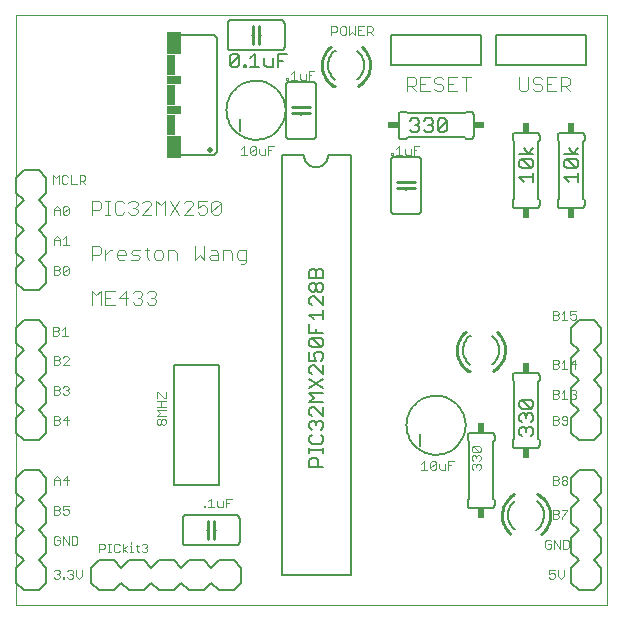
<source format=gto>
G75*
G70*
%OFA0B0*%
%FSLAX24Y24*%
%IPPOS*%
%LPD*%
%AMOC8*
5,1,8,0,0,1.08239X$1,22.5*
%
%ADD10C,0.0000*%
%ADD11C,0.0030*%
%ADD12C,0.0040*%
%ADD13C,0.0060*%
%ADD14C,0.0050*%
%ADD15R,0.0240X0.0340*%
%ADD16C,0.0100*%
%ADD17C,0.0080*%
%ADD18C,0.0200*%
%ADD19R,0.0500X0.0750*%
%ADD20R,0.0300X0.0700*%
%ADD21R,0.0500X0.0300*%
%ADD22R,0.0340X0.0240*%
D10*
X000181Y000181D02*
X000181Y019866D01*
X019866Y019866D01*
X019866Y000181D01*
X000181Y000181D01*
D11*
X001446Y001120D02*
X001495Y001071D01*
X001592Y001071D01*
X001640Y001120D01*
X001640Y001168D01*
X001592Y001217D01*
X001543Y001217D01*
X001592Y001217D02*
X001640Y001265D01*
X001640Y001313D01*
X001592Y001362D01*
X001495Y001362D01*
X001446Y001313D01*
X001741Y001120D02*
X001789Y001120D01*
X001789Y001071D01*
X001741Y001071D01*
X001741Y001120D01*
X001888Y001120D02*
X001937Y001071D01*
X002034Y001071D01*
X002082Y001120D01*
X002082Y001168D01*
X002034Y001217D01*
X001985Y001217D01*
X002034Y001217D02*
X002082Y001265D01*
X002082Y001313D01*
X002034Y001362D01*
X001937Y001362D01*
X001888Y001313D01*
X002183Y001362D02*
X002183Y001168D01*
X002280Y001071D01*
X002376Y001168D01*
X002376Y001362D01*
X002946Y001946D02*
X002946Y002237D01*
X003092Y002237D01*
X003140Y002188D01*
X003140Y002092D01*
X003092Y002043D01*
X002946Y002043D01*
X003241Y001946D02*
X003338Y001946D01*
X003289Y001946D02*
X003289Y002237D01*
X003241Y002237D02*
X003338Y002237D01*
X003437Y002188D02*
X003437Y001995D01*
X003486Y001946D01*
X003583Y001946D01*
X003631Y001995D01*
X003732Y002043D02*
X003877Y002140D01*
X003978Y002140D02*
X004026Y002140D01*
X004026Y001946D01*
X003978Y001946D02*
X004074Y001946D01*
X004222Y001995D02*
X004271Y001946D01*
X004222Y001995D02*
X004222Y002188D01*
X004174Y002140D02*
X004271Y002140D01*
X004370Y002188D02*
X004419Y002237D01*
X004516Y002237D01*
X004564Y002188D01*
X004564Y002140D01*
X004516Y002092D01*
X004564Y002043D01*
X004564Y001995D01*
X004516Y001946D01*
X004419Y001946D01*
X004370Y001995D01*
X004467Y002092D02*
X004516Y002092D01*
X004026Y002237D02*
X004026Y002285D01*
X003732Y002237D02*
X003732Y001946D01*
X003732Y002043D02*
X003877Y001946D01*
X003631Y002188D02*
X003583Y002237D01*
X003486Y002237D01*
X003437Y002188D01*
X002229Y002245D02*
X002181Y002196D01*
X002036Y002196D01*
X002036Y002487D01*
X002181Y002487D01*
X002229Y002438D01*
X002229Y002245D01*
X001935Y002196D02*
X001935Y002487D01*
X001741Y002487D02*
X001935Y002196D01*
X001741Y002196D02*
X001741Y002487D01*
X001640Y002438D02*
X001592Y002487D01*
X001495Y002487D01*
X001446Y002438D01*
X001446Y002245D01*
X001495Y002196D01*
X001592Y002196D01*
X001640Y002245D01*
X001640Y002342D01*
X001543Y002342D01*
X001592Y003196D02*
X001446Y003196D01*
X001446Y003487D01*
X001592Y003487D01*
X001640Y003438D01*
X001640Y003390D01*
X001592Y003342D01*
X001446Y003342D01*
X001592Y003342D02*
X001640Y003293D01*
X001640Y003245D01*
X001592Y003196D01*
X001741Y003245D02*
X001789Y003196D01*
X001886Y003196D01*
X001935Y003245D01*
X001935Y003342D01*
X001886Y003390D01*
X001838Y003390D01*
X001741Y003342D01*
X001741Y003487D01*
X001935Y003487D01*
X001886Y004196D02*
X001886Y004487D01*
X001741Y004342D01*
X001935Y004342D01*
X001640Y004342D02*
X001446Y004342D01*
X001446Y004390D02*
X001543Y004487D01*
X001640Y004390D01*
X001640Y004196D01*
X001446Y004196D02*
X001446Y004390D01*
X001446Y006196D02*
X001592Y006196D01*
X001640Y006245D01*
X001640Y006293D01*
X001592Y006342D01*
X001446Y006342D01*
X001446Y006487D02*
X001446Y006196D01*
X001592Y006342D02*
X001640Y006390D01*
X001640Y006438D01*
X001592Y006487D01*
X001446Y006487D01*
X001741Y006342D02*
X001935Y006342D01*
X001886Y006487D02*
X001886Y006196D01*
X001741Y006342D02*
X001886Y006487D01*
X001886Y007196D02*
X001789Y007196D01*
X001741Y007245D01*
X001640Y007245D02*
X001592Y007196D01*
X001446Y007196D01*
X001446Y007487D01*
X001592Y007487D01*
X001640Y007438D01*
X001640Y007390D01*
X001592Y007342D01*
X001446Y007342D01*
X001592Y007342D02*
X001640Y007293D01*
X001640Y007245D01*
X001741Y007438D02*
X001789Y007487D01*
X001886Y007487D01*
X001935Y007438D01*
X001935Y007390D01*
X001886Y007342D01*
X001935Y007293D01*
X001935Y007245D01*
X001886Y007196D01*
X001886Y007342D02*
X001838Y007342D01*
X001935Y008196D02*
X001741Y008196D01*
X001935Y008390D01*
X001935Y008438D01*
X001886Y008487D01*
X001789Y008487D01*
X001741Y008438D01*
X001640Y008438D02*
X001640Y008390D01*
X001592Y008342D01*
X001446Y008342D01*
X001446Y008487D02*
X001446Y008196D01*
X001592Y008196D01*
X001640Y008245D01*
X001640Y008293D01*
X001592Y008342D01*
X001640Y008438D02*
X001592Y008487D01*
X001446Y008487D01*
X001416Y009166D02*
X001562Y009166D01*
X001610Y009215D01*
X001610Y009263D01*
X001562Y009312D01*
X001416Y009312D01*
X001416Y009457D02*
X001416Y009166D01*
X001562Y009312D02*
X001610Y009360D01*
X001610Y009408D01*
X001562Y009457D01*
X001416Y009457D01*
X001711Y009360D02*
X001808Y009457D01*
X001808Y009166D01*
X001711Y009166D02*
X001905Y009166D01*
X001886Y011196D02*
X001789Y011196D01*
X001741Y011245D01*
X001935Y011438D01*
X001935Y011245D01*
X001886Y011196D01*
X001741Y011245D02*
X001741Y011438D01*
X001789Y011487D01*
X001886Y011487D01*
X001935Y011438D01*
X001640Y011438D02*
X001640Y011390D01*
X001592Y011342D01*
X001446Y011342D01*
X001446Y011487D02*
X001446Y011196D01*
X001592Y011196D01*
X001640Y011245D01*
X001640Y011293D01*
X001592Y011342D01*
X001640Y011438D02*
X001592Y011487D01*
X001446Y011487D01*
X001446Y012196D02*
X001446Y012390D01*
X001543Y012487D01*
X001640Y012390D01*
X001640Y012196D01*
X001741Y012196D02*
X001935Y012196D01*
X001838Y012196D02*
X001838Y012487D01*
X001741Y012390D01*
X001640Y012342D02*
X001446Y012342D01*
X001446Y013196D02*
X001446Y013390D01*
X001543Y013487D01*
X001640Y013390D01*
X001640Y013196D01*
X001741Y013245D02*
X001935Y013438D01*
X001935Y013245D01*
X001886Y013196D01*
X001789Y013196D01*
X001741Y013245D01*
X001741Y013438D01*
X001789Y013487D01*
X001886Y013487D01*
X001935Y013438D01*
X001640Y013342D02*
X001446Y013342D01*
X001416Y014226D02*
X001416Y014517D01*
X001513Y014420D01*
X001610Y014517D01*
X001610Y014226D01*
X001711Y014275D02*
X001711Y014468D01*
X001759Y014517D01*
X001856Y014517D01*
X001905Y014468D01*
X002006Y014517D02*
X002006Y014226D01*
X002199Y014226D01*
X002300Y014226D02*
X002300Y014517D01*
X002445Y014517D01*
X002494Y014468D01*
X002494Y014372D01*
X002445Y014323D01*
X002300Y014323D01*
X002397Y014323D02*
X002494Y014226D01*
X001905Y014275D02*
X001856Y014226D01*
X001759Y014226D01*
X001711Y014275D01*
X007696Y015196D02*
X007890Y015196D01*
X007793Y015196D02*
X007793Y015487D01*
X007696Y015390D01*
X007991Y015438D02*
X007991Y015245D01*
X008185Y015438D01*
X008185Y015245D01*
X008136Y015196D01*
X008039Y015196D01*
X007991Y015245D01*
X007991Y015438D02*
X008039Y015487D01*
X008136Y015487D01*
X008185Y015438D01*
X008286Y015390D02*
X008286Y015245D01*
X008334Y015196D01*
X008479Y015196D01*
X008479Y015390D01*
X008580Y015342D02*
X008677Y015342D01*
X008580Y015487D02*
X008580Y015196D01*
X008580Y015487D02*
X008774Y015487D01*
X009196Y017696D02*
X009245Y017696D01*
X009245Y017745D01*
X009196Y017745D01*
X009196Y017696D01*
X009344Y017696D02*
X009537Y017696D01*
X009440Y017696D02*
X009440Y017987D01*
X009344Y017890D01*
X009638Y017890D02*
X009638Y017745D01*
X009687Y017696D01*
X009832Y017696D01*
X009832Y017890D01*
X009933Y017842D02*
X010030Y017842D01*
X010126Y017987D02*
X009933Y017987D01*
X009933Y017696D01*
X010696Y019196D02*
X010696Y019487D01*
X010842Y019487D01*
X010890Y019438D01*
X010890Y019342D01*
X010842Y019293D01*
X010696Y019293D01*
X010991Y019245D02*
X010991Y019438D01*
X011039Y019487D01*
X011136Y019487D01*
X011185Y019438D01*
X011185Y019245D01*
X011136Y019196D01*
X011039Y019196D01*
X010991Y019245D01*
X011286Y019196D02*
X011382Y019293D01*
X011479Y019196D01*
X011479Y019487D01*
X011580Y019487D02*
X011580Y019196D01*
X011774Y019196D01*
X011875Y019196D02*
X011875Y019487D01*
X012020Y019487D01*
X012068Y019438D01*
X012068Y019342D01*
X012020Y019293D01*
X011875Y019293D01*
X011972Y019293D02*
X012068Y019196D01*
X011774Y019487D02*
X011580Y019487D01*
X011580Y019342D02*
X011677Y019342D01*
X011286Y019487D02*
X011286Y019196D01*
X012940Y015487D02*
X012940Y015196D01*
X012844Y015196D02*
X013037Y015196D01*
X013138Y015245D02*
X013187Y015196D01*
X013332Y015196D01*
X013332Y015390D01*
X013433Y015342D02*
X013530Y015342D01*
X013626Y015487D02*
X013433Y015487D01*
X013433Y015196D01*
X013138Y015245D02*
X013138Y015390D01*
X012940Y015487D02*
X012844Y015390D01*
X012745Y015245D02*
X012745Y015196D01*
X012696Y015196D01*
X012696Y015245D01*
X012745Y015245D01*
X018071Y009987D02*
X018217Y009987D01*
X018265Y009938D01*
X018265Y009890D01*
X018217Y009842D01*
X018071Y009842D01*
X018071Y009987D02*
X018071Y009696D01*
X018217Y009696D01*
X018265Y009745D01*
X018265Y009793D01*
X018217Y009842D01*
X018366Y009890D02*
X018463Y009987D01*
X018463Y009696D01*
X018366Y009696D02*
X018560Y009696D01*
X018661Y009745D02*
X018709Y009696D01*
X018806Y009696D01*
X018854Y009745D01*
X018854Y009842D01*
X018806Y009890D01*
X018757Y009890D01*
X018661Y009842D01*
X018661Y009987D01*
X018854Y009987D01*
X018806Y008362D02*
X018661Y008217D01*
X018854Y008217D01*
X018806Y008362D02*
X018806Y008071D01*
X018560Y008071D02*
X018366Y008071D01*
X018463Y008071D02*
X018463Y008362D01*
X018366Y008265D01*
X018265Y008265D02*
X018217Y008217D01*
X018071Y008217D01*
X018071Y008362D02*
X018217Y008362D01*
X018265Y008313D01*
X018265Y008265D01*
X018217Y008217D02*
X018265Y008168D01*
X018265Y008120D01*
X018217Y008071D01*
X018071Y008071D01*
X018071Y008362D01*
X018071Y007362D02*
X018217Y007362D01*
X018265Y007313D01*
X018265Y007265D01*
X018217Y007217D01*
X018071Y007217D01*
X018071Y007362D02*
X018071Y007071D01*
X018217Y007071D01*
X018265Y007120D01*
X018265Y007168D01*
X018217Y007217D01*
X018366Y007265D02*
X018463Y007362D01*
X018463Y007071D01*
X018366Y007071D02*
X018560Y007071D01*
X018661Y007120D02*
X018709Y007071D01*
X018806Y007071D01*
X018854Y007120D01*
X018854Y007168D01*
X018806Y007217D01*
X018757Y007217D01*
X018806Y007217D02*
X018854Y007265D01*
X018854Y007313D01*
X018806Y007362D01*
X018709Y007362D01*
X018661Y007313D01*
X018511Y006487D02*
X018414Y006487D01*
X018366Y006438D01*
X018366Y006390D01*
X018414Y006342D01*
X018560Y006342D01*
X018560Y006438D02*
X018560Y006245D01*
X018511Y006196D01*
X018414Y006196D01*
X018366Y006245D01*
X018265Y006245D02*
X018217Y006196D01*
X018071Y006196D01*
X018071Y006487D01*
X018217Y006487D01*
X018265Y006438D01*
X018265Y006390D01*
X018217Y006342D01*
X018071Y006342D01*
X018217Y006342D02*
X018265Y006293D01*
X018265Y006245D01*
X018511Y006487D02*
X018560Y006438D01*
X018511Y004487D02*
X018560Y004438D01*
X018560Y004390D01*
X018511Y004342D01*
X018414Y004342D01*
X018366Y004390D01*
X018366Y004438D01*
X018414Y004487D01*
X018511Y004487D01*
X018511Y004342D02*
X018560Y004293D01*
X018560Y004245D01*
X018511Y004196D01*
X018414Y004196D01*
X018366Y004245D01*
X018366Y004293D01*
X018414Y004342D01*
X018265Y004390D02*
X018265Y004438D01*
X018217Y004487D01*
X018071Y004487D01*
X018071Y004196D01*
X018217Y004196D01*
X018265Y004245D01*
X018265Y004293D01*
X018217Y004342D01*
X018071Y004342D01*
X018217Y004342D02*
X018265Y004390D01*
X018217Y003362D02*
X018071Y003362D01*
X018071Y003071D01*
X018217Y003071D01*
X018265Y003120D01*
X018265Y003168D01*
X018217Y003217D01*
X018071Y003217D01*
X018217Y003217D02*
X018265Y003265D01*
X018265Y003313D01*
X018217Y003362D01*
X018366Y003362D02*
X018560Y003362D01*
X018560Y003313D01*
X018366Y003120D01*
X018366Y003071D01*
X018411Y002362D02*
X018556Y002362D01*
X018604Y002313D01*
X018604Y002120D01*
X018556Y002071D01*
X018411Y002071D01*
X018411Y002362D01*
X018310Y002362D02*
X018310Y002071D01*
X018116Y002362D01*
X018116Y002071D01*
X018015Y002120D02*
X018015Y002217D01*
X017918Y002217D01*
X017821Y002313D02*
X017821Y002120D01*
X017870Y002071D01*
X017967Y002071D01*
X018015Y002120D01*
X018015Y002313D02*
X017967Y002362D01*
X017870Y002362D01*
X017821Y002313D01*
X017946Y001362D02*
X017946Y001217D01*
X018043Y001265D01*
X018092Y001265D01*
X018140Y001217D01*
X018140Y001120D01*
X018092Y001071D01*
X017995Y001071D01*
X017946Y001120D01*
X017946Y001362D02*
X018140Y001362D01*
X018241Y001362D02*
X018241Y001168D01*
X018338Y001071D01*
X018435Y001168D01*
X018435Y001362D01*
X015618Y004696D02*
X015666Y004745D01*
X015666Y004842D01*
X015618Y004890D01*
X015570Y004890D01*
X015521Y004842D01*
X015521Y004793D01*
X015521Y004842D02*
X015473Y004890D01*
X015425Y004890D01*
X015376Y004842D01*
X015376Y004745D01*
X015425Y004696D01*
X015425Y004991D02*
X015376Y005039D01*
X015376Y005136D01*
X015425Y005185D01*
X015473Y005185D01*
X015521Y005136D01*
X015570Y005185D01*
X015618Y005185D01*
X015666Y005136D01*
X015666Y005039D01*
X015618Y004991D01*
X015521Y005088D02*
X015521Y005136D01*
X015425Y005286D02*
X015376Y005334D01*
X015376Y005431D01*
X015425Y005479D01*
X015618Y005286D01*
X015666Y005334D01*
X015666Y005431D01*
X015618Y005479D01*
X015425Y005479D01*
X015425Y005286D02*
X015618Y005286D01*
X014774Y004987D02*
X014580Y004987D01*
X014580Y004696D01*
X014479Y004696D02*
X014479Y004890D01*
X014580Y004842D02*
X014677Y004842D01*
X014479Y004696D02*
X014334Y004696D01*
X014286Y004745D01*
X014286Y004890D01*
X014185Y004938D02*
X014185Y004745D01*
X014136Y004696D01*
X014039Y004696D01*
X013991Y004745D01*
X014185Y004938D01*
X014136Y004987D01*
X014039Y004987D01*
X013991Y004938D01*
X013991Y004745D01*
X013890Y004696D02*
X013696Y004696D01*
X013793Y004696D02*
X013793Y004987D01*
X013696Y004890D01*
X007376Y003737D02*
X007183Y003737D01*
X007183Y003446D01*
X007082Y003446D02*
X007082Y003640D01*
X007183Y003592D02*
X007280Y003592D01*
X007082Y003446D02*
X006937Y003446D01*
X006888Y003495D01*
X006888Y003640D01*
X006787Y003446D02*
X006594Y003446D01*
X006690Y003446D02*
X006690Y003737D01*
X006594Y003640D01*
X006495Y003495D02*
X006495Y003446D01*
X006446Y003446D01*
X006446Y003495D01*
X006495Y003495D01*
X005118Y006196D02*
X005070Y006196D01*
X005021Y006245D01*
X005021Y006342D01*
X005070Y006390D01*
X005118Y006390D01*
X005166Y006342D01*
X005166Y006245D01*
X005118Y006196D01*
X005021Y006245D02*
X004973Y006196D01*
X004925Y006196D01*
X004876Y006245D01*
X004876Y006342D01*
X004925Y006390D01*
X004973Y006390D01*
X005021Y006342D01*
X004876Y006491D02*
X004973Y006588D01*
X004876Y006685D01*
X005166Y006685D01*
X005166Y006786D02*
X004876Y006786D01*
X005021Y006786D02*
X005021Y006979D01*
X005118Y007080D02*
X005166Y007080D01*
X005166Y007274D01*
X005118Y007080D02*
X004925Y007274D01*
X004876Y007274D01*
X004876Y007080D01*
X004876Y006979D02*
X005166Y006979D01*
X005166Y006491D02*
X004876Y006491D01*
D12*
X004773Y010201D02*
X004620Y010201D01*
X004543Y010278D01*
X004389Y010278D02*
X004313Y010201D01*
X004159Y010201D01*
X004082Y010278D01*
X003929Y010432D02*
X003622Y010432D01*
X003852Y010662D01*
X003852Y010201D01*
X003469Y010201D02*
X003162Y010201D01*
X003162Y010662D01*
X003469Y010662D01*
X003315Y010432D02*
X003162Y010432D01*
X003008Y010662D02*
X003008Y010201D01*
X002701Y010201D02*
X002701Y010662D01*
X002855Y010508D01*
X003008Y010662D01*
X003162Y011701D02*
X003162Y012008D01*
X003162Y011855D02*
X003315Y012008D01*
X003392Y012008D01*
X003545Y011932D02*
X003622Y012008D01*
X003776Y012008D01*
X003852Y011932D01*
X003852Y011855D01*
X003545Y011855D01*
X003545Y011778D02*
X003545Y011932D01*
X003545Y011778D02*
X003622Y011701D01*
X003776Y011701D01*
X004006Y011701D02*
X004236Y011701D01*
X004313Y011778D01*
X004236Y011855D01*
X004082Y011855D01*
X004006Y011932D01*
X004082Y012008D01*
X004313Y012008D01*
X004466Y012008D02*
X004620Y012008D01*
X004543Y012085D02*
X004543Y011778D01*
X004620Y011701D01*
X004773Y011778D02*
X004773Y011932D01*
X004850Y012008D01*
X005003Y012008D01*
X005080Y011932D01*
X005080Y011778D01*
X005003Y011701D01*
X004850Y011701D01*
X004773Y011778D01*
X005233Y011701D02*
X005233Y012008D01*
X005464Y012008D01*
X005540Y011932D01*
X005540Y011701D01*
X006154Y011701D02*
X006307Y011855D01*
X006461Y011701D01*
X006461Y012162D01*
X006691Y012008D02*
X006845Y012008D01*
X006921Y011932D01*
X006921Y011701D01*
X006691Y011701D01*
X006614Y011778D01*
X006691Y011855D01*
X006921Y011855D01*
X007075Y011701D02*
X007075Y012008D01*
X007305Y012008D01*
X007382Y011932D01*
X007382Y011701D01*
X007535Y011778D02*
X007612Y011701D01*
X007842Y011701D01*
X007842Y011625D02*
X007842Y012008D01*
X007612Y012008D01*
X007535Y011932D01*
X007535Y011778D01*
X007689Y011548D02*
X007765Y011548D01*
X007842Y011625D01*
X006154Y011701D02*
X006154Y012162D01*
X006077Y013201D02*
X005770Y013201D01*
X006077Y013508D01*
X006077Y013585D01*
X006001Y013662D01*
X005847Y013662D01*
X005770Y013585D01*
X005617Y013662D02*
X005310Y013201D01*
X005157Y013201D02*
X005157Y013662D01*
X005003Y013508D01*
X004850Y013662D01*
X004850Y013201D01*
X004696Y013201D02*
X004389Y013201D01*
X004696Y013508D01*
X004696Y013585D01*
X004620Y013662D01*
X004466Y013662D01*
X004389Y013585D01*
X004236Y013585D02*
X004236Y013508D01*
X004159Y013432D01*
X004236Y013355D01*
X004236Y013278D01*
X004159Y013201D01*
X004006Y013201D01*
X003929Y013278D01*
X003776Y013278D02*
X003699Y013201D01*
X003545Y013201D01*
X003469Y013278D01*
X003469Y013585D01*
X003545Y013662D01*
X003699Y013662D01*
X003776Y013585D01*
X003929Y013585D02*
X004006Y013662D01*
X004159Y013662D01*
X004236Y013585D01*
X004159Y013432D02*
X004082Y013432D01*
X003315Y013662D02*
X003162Y013662D01*
X003238Y013662D02*
X003238Y013201D01*
X003162Y013201D02*
X003315Y013201D01*
X003008Y013432D02*
X003008Y013585D01*
X002932Y013662D01*
X002701Y013662D01*
X002701Y013201D01*
X002701Y013355D02*
X002932Y013355D01*
X003008Y013432D01*
X002932Y012162D02*
X002701Y012162D01*
X002701Y011701D01*
X002701Y011855D02*
X002932Y011855D01*
X003008Y011932D01*
X003008Y012085D01*
X002932Y012162D01*
X004159Y010662D02*
X004313Y010662D01*
X004389Y010585D01*
X004389Y010508D01*
X004313Y010432D01*
X004389Y010355D01*
X004389Y010278D01*
X004313Y010432D02*
X004236Y010432D01*
X004082Y010585D02*
X004159Y010662D01*
X004543Y010585D02*
X004620Y010662D01*
X004773Y010662D01*
X004850Y010585D01*
X004850Y010508D01*
X004773Y010432D01*
X004850Y010355D01*
X004850Y010278D01*
X004773Y010201D01*
X004773Y010432D02*
X004696Y010432D01*
X005617Y013201D02*
X005310Y013662D01*
X006231Y013662D02*
X006231Y013432D01*
X006384Y013508D01*
X006461Y013508D01*
X006538Y013432D01*
X006538Y013278D01*
X006461Y013201D01*
X006307Y013201D01*
X006231Y013278D01*
X006231Y013662D02*
X006538Y013662D01*
X006691Y013585D02*
X006768Y013662D01*
X006921Y013662D01*
X006998Y013585D01*
X006691Y013278D01*
X006768Y013201D01*
X006921Y013201D01*
X006998Y013278D01*
X006998Y013585D01*
X006691Y013585D02*
X006691Y013278D01*
X013201Y017326D02*
X013201Y017787D01*
X013432Y017787D01*
X013508Y017710D01*
X013508Y017557D01*
X013432Y017480D01*
X013201Y017480D01*
X013355Y017480D02*
X013508Y017326D01*
X013662Y017326D02*
X013969Y017326D01*
X014122Y017403D02*
X014199Y017326D01*
X014352Y017326D01*
X014429Y017403D01*
X014429Y017480D01*
X014352Y017557D01*
X014199Y017557D01*
X014122Y017633D01*
X014122Y017710D01*
X014199Y017787D01*
X014352Y017787D01*
X014429Y017710D01*
X014582Y017787D02*
X014582Y017326D01*
X014889Y017326D01*
X014736Y017557D02*
X014582Y017557D01*
X014582Y017787D02*
X014889Y017787D01*
X015043Y017787D02*
X015350Y017787D01*
X015196Y017787D02*
X015196Y017326D01*
X013969Y017787D02*
X013662Y017787D01*
X013662Y017326D01*
X013662Y017557D02*
X013815Y017557D01*
X016951Y017403D02*
X017028Y017326D01*
X017182Y017326D01*
X017258Y017403D01*
X017258Y017787D01*
X017412Y017710D02*
X017412Y017633D01*
X017488Y017557D01*
X017642Y017557D01*
X017719Y017480D01*
X017719Y017403D01*
X017642Y017326D01*
X017488Y017326D01*
X017412Y017403D01*
X017412Y017710D02*
X017488Y017787D01*
X017642Y017787D01*
X017719Y017710D01*
X017872Y017787D02*
X017872Y017326D01*
X018179Y017326D01*
X018332Y017326D02*
X018332Y017787D01*
X018563Y017787D01*
X018639Y017710D01*
X018639Y017557D01*
X018563Y017480D01*
X018332Y017480D01*
X018486Y017480D02*
X018639Y017326D01*
X018179Y017787D02*
X017872Y017787D01*
X017872Y017557D02*
X018026Y017557D01*
X016951Y017403D02*
X016951Y017787D01*
D13*
X015431Y016531D02*
X015431Y015831D01*
X015429Y015814D01*
X015425Y015797D01*
X015418Y015781D01*
X015408Y015767D01*
X015395Y015754D01*
X015381Y015744D01*
X015365Y015737D01*
X015348Y015733D01*
X015331Y015731D01*
X015181Y015731D01*
X015131Y015781D01*
X013231Y015781D01*
X013181Y015731D01*
X013031Y015731D01*
X013014Y015733D01*
X012997Y015737D01*
X012981Y015744D01*
X012967Y015754D01*
X012954Y015767D01*
X012944Y015781D01*
X012937Y015797D01*
X012933Y015814D01*
X012931Y015831D01*
X012931Y016531D01*
X012933Y016548D01*
X012937Y016565D01*
X012944Y016581D01*
X012954Y016595D01*
X012967Y016608D01*
X012981Y016618D01*
X012997Y016625D01*
X013014Y016629D01*
X013031Y016631D01*
X013181Y016631D01*
X013231Y016581D01*
X015131Y016581D01*
X015181Y016631D01*
X015331Y016631D01*
X015348Y016629D01*
X015365Y016625D01*
X015381Y016618D01*
X015395Y016608D01*
X015408Y016595D01*
X015418Y016581D01*
X015425Y016565D01*
X015429Y016548D01*
X015431Y016531D01*
X016731Y015831D02*
X016731Y015681D01*
X016781Y015631D01*
X016781Y013731D01*
X016731Y013681D01*
X016731Y013531D01*
X016733Y013514D01*
X016737Y013497D01*
X016744Y013481D01*
X016754Y013467D01*
X016767Y013454D01*
X016781Y013444D01*
X016797Y013437D01*
X016814Y013433D01*
X016831Y013431D01*
X017531Y013431D01*
X017548Y013433D01*
X017565Y013437D01*
X017581Y013444D01*
X017595Y013454D01*
X017608Y013467D01*
X017618Y013481D01*
X017625Y013497D01*
X017629Y013514D01*
X017631Y013531D01*
X017631Y013681D01*
X017581Y013731D01*
X017581Y015631D01*
X017631Y015681D01*
X017631Y015831D01*
X017629Y015848D01*
X017625Y015865D01*
X017618Y015881D01*
X017608Y015895D01*
X017595Y015908D01*
X017581Y015918D01*
X017565Y015925D01*
X017548Y015929D01*
X017531Y015931D01*
X016831Y015931D01*
X016814Y015929D01*
X016797Y015925D01*
X016781Y015918D01*
X016767Y015908D01*
X016754Y015895D01*
X016744Y015881D01*
X016737Y015865D01*
X016733Y015848D01*
X016731Y015831D01*
X018231Y015831D02*
X018231Y015681D01*
X018281Y015631D01*
X018281Y013731D01*
X018231Y013681D01*
X018231Y013531D01*
X018233Y013514D01*
X018237Y013497D01*
X018244Y013481D01*
X018254Y013467D01*
X018267Y013454D01*
X018281Y013444D01*
X018297Y013437D01*
X018314Y013433D01*
X018331Y013431D01*
X019031Y013431D01*
X019048Y013433D01*
X019065Y013437D01*
X019081Y013444D01*
X019095Y013454D01*
X019108Y013467D01*
X019118Y013481D01*
X019125Y013497D01*
X019129Y013514D01*
X019131Y013531D01*
X019131Y013681D01*
X019081Y013731D01*
X019081Y015631D01*
X019131Y015681D01*
X019131Y015831D01*
X019129Y015848D01*
X019125Y015865D01*
X019118Y015881D01*
X019108Y015895D01*
X019095Y015908D01*
X019081Y015918D01*
X019065Y015925D01*
X019048Y015929D01*
X019031Y015931D01*
X018331Y015931D01*
X018314Y015929D01*
X018297Y015925D01*
X018281Y015918D01*
X018267Y015908D01*
X018254Y015895D01*
X018244Y015881D01*
X018237Y015865D01*
X018233Y015848D01*
X018231Y015831D01*
X013681Y015031D02*
X013681Y013331D01*
X013679Y013314D01*
X013675Y013297D01*
X013668Y013281D01*
X013658Y013267D01*
X013645Y013254D01*
X013631Y013244D01*
X013615Y013237D01*
X013598Y013233D01*
X013581Y013231D01*
X012781Y013231D01*
X012764Y013233D01*
X012747Y013237D01*
X012731Y013244D01*
X012717Y013254D01*
X012704Y013267D01*
X012694Y013281D01*
X012687Y013297D01*
X012683Y013314D01*
X012681Y013331D01*
X012681Y015031D01*
X012683Y015048D01*
X012687Y015065D01*
X012694Y015081D01*
X012704Y015095D01*
X012717Y015108D01*
X012731Y015118D01*
X012747Y015125D01*
X012764Y015129D01*
X012781Y015131D01*
X013581Y015131D01*
X013598Y015129D01*
X013615Y015125D01*
X013631Y015118D01*
X013645Y015108D01*
X013658Y015095D01*
X013668Y015081D01*
X013675Y015065D01*
X013679Y015048D01*
X013681Y015031D01*
X013181Y014331D02*
X013181Y014281D01*
X013181Y014081D02*
X013181Y014031D01*
X011331Y015181D02*
X010581Y015181D01*
X010579Y015142D01*
X010573Y015103D01*
X010564Y015065D01*
X010551Y015028D01*
X010534Y014992D01*
X010514Y014959D01*
X010490Y014927D01*
X010464Y014898D01*
X010435Y014872D01*
X010403Y014848D01*
X010370Y014828D01*
X010334Y014811D01*
X010297Y014798D01*
X010259Y014789D01*
X010220Y014783D01*
X010181Y014781D01*
X010142Y014783D01*
X010103Y014789D01*
X010065Y014798D01*
X010028Y014811D01*
X009992Y014828D01*
X009959Y014848D01*
X009927Y014872D01*
X009898Y014898D01*
X009872Y014927D01*
X009848Y014959D01*
X009828Y014992D01*
X009811Y015028D01*
X009798Y015065D01*
X009789Y015103D01*
X009783Y015142D01*
X009781Y015181D01*
X009031Y015181D01*
X009031Y001181D01*
X011331Y001181D01*
X011331Y015181D01*
X010181Y015831D02*
X010181Y017531D01*
X010179Y017548D01*
X010175Y017565D01*
X010168Y017581D01*
X010158Y017595D01*
X010145Y017608D01*
X010131Y017618D01*
X010115Y017625D01*
X010098Y017629D01*
X010081Y017631D01*
X009281Y017631D01*
X009264Y017629D01*
X009247Y017625D01*
X009231Y017618D01*
X009217Y017608D01*
X009204Y017595D01*
X009194Y017581D01*
X009187Y017565D01*
X009183Y017548D01*
X009181Y017531D01*
X009181Y015831D01*
X009183Y015814D01*
X009187Y015797D01*
X009194Y015781D01*
X009204Y015767D01*
X009217Y015754D01*
X009231Y015744D01*
X009247Y015737D01*
X009264Y015733D01*
X009281Y015731D01*
X010081Y015731D01*
X010098Y015733D01*
X010115Y015737D01*
X010131Y015744D01*
X010145Y015754D01*
X010158Y015767D01*
X010168Y015781D01*
X010175Y015797D01*
X010179Y015814D01*
X010181Y015831D01*
X009681Y016531D02*
X009681Y016581D01*
X009681Y016781D02*
X009681Y016831D01*
X011549Y017707D02*
X011584Y017737D01*
X011617Y017768D01*
X011647Y017803D01*
X011674Y017839D01*
X011698Y017877D01*
X011720Y017917D01*
X011738Y017959D01*
X011754Y018002D01*
X011766Y018046D01*
X011774Y018090D01*
X011779Y018136D01*
X011781Y018181D01*
X011779Y018226D01*
X011774Y018272D01*
X011766Y018316D01*
X011754Y018360D01*
X011738Y018403D01*
X011720Y018445D01*
X011698Y018485D01*
X011674Y018523D01*
X011647Y018559D01*
X011617Y018594D01*
X011584Y018625D01*
X011549Y018655D01*
X010581Y018181D02*
X010583Y018135D01*
X010588Y018089D01*
X010597Y018043D01*
X010609Y017998D01*
X010625Y017955D01*
X010644Y017913D01*
X010667Y017872D01*
X010692Y017833D01*
X010720Y017797D01*
X010751Y017762D01*
X010785Y017730D01*
X010821Y017701D01*
X010581Y018181D02*
X010583Y018228D01*
X010589Y018276D01*
X010598Y018322D01*
X010611Y018368D01*
X010627Y018412D01*
X010647Y018456D01*
X010671Y018497D01*
X010697Y018536D01*
X010727Y018573D01*
X010760Y018608D01*
X010795Y018640D01*
X010832Y018669D01*
X009131Y018781D02*
X009131Y019581D01*
X009129Y019598D01*
X009125Y019615D01*
X009118Y019631D01*
X009108Y019645D01*
X009095Y019658D01*
X009081Y019668D01*
X009065Y019675D01*
X009048Y019679D01*
X009031Y019681D01*
X007331Y019681D01*
X007314Y019679D01*
X007297Y019675D01*
X007281Y019668D01*
X007267Y019658D01*
X007254Y019645D01*
X007244Y019631D01*
X007237Y019615D01*
X007233Y019598D01*
X007231Y019581D01*
X007231Y018781D01*
X007233Y018764D01*
X007237Y018747D01*
X007244Y018731D01*
X007254Y018717D01*
X007267Y018704D01*
X007281Y018694D01*
X007297Y018687D01*
X007314Y018683D01*
X007331Y018681D01*
X009031Y018681D01*
X009048Y018683D01*
X009065Y018687D01*
X009081Y018694D01*
X009095Y018704D01*
X009108Y018717D01*
X009118Y018731D01*
X009125Y018747D01*
X009129Y018764D01*
X009131Y018781D01*
X008331Y019181D02*
X008281Y019181D01*
X008081Y019181D02*
X008031Y019181D01*
X006881Y019081D02*
X006881Y015281D01*
X006781Y015181D01*
X005631Y015181D01*
X006881Y019081D02*
X006781Y019181D01*
X005631Y019181D01*
X016281Y008681D02*
X016279Y008636D01*
X016274Y008590D01*
X016266Y008546D01*
X016254Y008502D01*
X016238Y008459D01*
X016220Y008417D01*
X016198Y008377D01*
X016174Y008339D01*
X016147Y008303D01*
X016117Y008268D01*
X016084Y008237D01*
X016049Y008207D01*
X016281Y008681D02*
X016279Y008726D01*
X016274Y008772D01*
X016266Y008816D01*
X016254Y008860D01*
X016238Y008903D01*
X016220Y008945D01*
X016198Y008985D01*
X016174Y009023D01*
X016147Y009059D01*
X016117Y009094D01*
X016084Y009125D01*
X016049Y009155D01*
X015081Y008681D02*
X015083Y008635D01*
X015088Y008589D01*
X015097Y008543D01*
X015109Y008498D01*
X015125Y008455D01*
X015144Y008413D01*
X015167Y008372D01*
X015192Y008333D01*
X015220Y008297D01*
X015251Y008262D01*
X015285Y008230D01*
X015321Y008201D01*
X015081Y008681D02*
X015083Y008728D01*
X015089Y008776D01*
X015098Y008822D01*
X015111Y008868D01*
X015127Y008912D01*
X015147Y008956D01*
X015171Y008997D01*
X015197Y009036D01*
X015227Y009073D01*
X015260Y009108D01*
X015295Y009140D01*
X015332Y009169D01*
X016731Y007831D02*
X016731Y007681D01*
X016781Y007631D01*
X016781Y005731D01*
X016731Y005681D01*
X016731Y005531D01*
X016733Y005514D01*
X016737Y005497D01*
X016744Y005481D01*
X016754Y005467D01*
X016767Y005454D01*
X016781Y005444D01*
X016797Y005437D01*
X016814Y005433D01*
X016831Y005431D01*
X017531Y005431D01*
X017548Y005433D01*
X017565Y005437D01*
X017581Y005444D01*
X017595Y005454D01*
X017608Y005467D01*
X017618Y005481D01*
X017625Y005497D01*
X017629Y005514D01*
X017631Y005531D01*
X017631Y005681D01*
X017581Y005731D01*
X017581Y007631D01*
X017631Y007681D01*
X017631Y007831D01*
X017629Y007848D01*
X017625Y007865D01*
X017618Y007881D01*
X017608Y007895D01*
X017595Y007908D01*
X017581Y007918D01*
X017565Y007925D01*
X017548Y007929D01*
X017531Y007931D01*
X016831Y007931D01*
X016814Y007929D01*
X016797Y007925D01*
X016781Y007918D01*
X016767Y007908D01*
X016754Y007895D01*
X016744Y007881D01*
X016737Y007865D01*
X016733Y007848D01*
X016731Y007831D01*
X016031Y005931D02*
X015331Y005931D01*
X015314Y005929D01*
X015297Y005925D01*
X015281Y005918D01*
X015267Y005908D01*
X015254Y005895D01*
X015244Y005881D01*
X015237Y005865D01*
X015233Y005848D01*
X015231Y005831D01*
X015231Y005681D01*
X015281Y005631D01*
X015281Y003731D01*
X015231Y003681D01*
X015231Y003531D01*
X015233Y003514D01*
X015237Y003497D01*
X015244Y003481D01*
X015254Y003467D01*
X015267Y003454D01*
X015281Y003444D01*
X015297Y003437D01*
X015314Y003433D01*
X015331Y003431D01*
X016031Y003431D01*
X016048Y003433D01*
X016065Y003437D01*
X016081Y003444D01*
X016095Y003454D01*
X016108Y003467D01*
X016118Y003481D01*
X016125Y003497D01*
X016129Y003514D01*
X016131Y003531D01*
X016131Y003681D01*
X016081Y003731D01*
X016081Y005631D01*
X016131Y005681D01*
X016131Y005831D01*
X016129Y005848D01*
X016125Y005865D01*
X016118Y005881D01*
X016108Y005895D01*
X016095Y005908D01*
X016081Y005918D01*
X016065Y005925D01*
X016048Y005929D01*
X016031Y005931D01*
X016813Y003655D02*
X016778Y003625D01*
X016745Y003594D01*
X016715Y003559D01*
X016688Y003523D01*
X016664Y003485D01*
X016642Y003445D01*
X016624Y003403D01*
X016608Y003360D01*
X016596Y003316D01*
X016588Y003272D01*
X016583Y003226D01*
X016581Y003181D01*
X016583Y003136D01*
X016588Y003090D01*
X016596Y003046D01*
X016608Y003002D01*
X016624Y002959D01*
X016642Y002917D01*
X016664Y002877D01*
X016688Y002839D01*
X016715Y002803D01*
X016745Y002768D01*
X016778Y002737D01*
X016813Y002707D01*
X017781Y003181D02*
X017779Y003227D01*
X017774Y003273D01*
X017765Y003319D01*
X017753Y003364D01*
X017737Y003407D01*
X017718Y003449D01*
X017695Y003490D01*
X017670Y003529D01*
X017642Y003565D01*
X017611Y003600D01*
X017577Y003632D01*
X017541Y003661D01*
X017781Y003181D02*
X017779Y003134D01*
X017773Y003086D01*
X017764Y003040D01*
X017751Y002994D01*
X017735Y002950D01*
X017715Y002906D01*
X017691Y002865D01*
X017665Y002826D01*
X017635Y002789D01*
X017602Y002754D01*
X017567Y002722D01*
X017530Y002693D01*
X007631Y003081D02*
X007631Y002281D01*
X007629Y002264D01*
X007625Y002247D01*
X007618Y002231D01*
X007608Y002217D01*
X007595Y002204D01*
X007581Y002194D01*
X007565Y002187D01*
X007548Y002183D01*
X007531Y002181D01*
X005831Y002181D01*
X005814Y002183D01*
X005797Y002187D01*
X005781Y002194D01*
X005767Y002204D01*
X005754Y002217D01*
X005744Y002231D01*
X005737Y002247D01*
X005733Y002264D01*
X005731Y002281D01*
X005731Y003081D01*
X005733Y003098D01*
X005737Y003115D01*
X005744Y003131D01*
X005754Y003145D01*
X005767Y003158D01*
X005781Y003168D01*
X005797Y003175D01*
X005814Y003179D01*
X005831Y003181D01*
X007531Y003181D01*
X007548Y003179D01*
X007565Y003175D01*
X007581Y003168D01*
X007595Y003158D01*
X007608Y003145D01*
X007618Y003131D01*
X007625Y003115D01*
X007629Y003098D01*
X007631Y003081D01*
X006831Y002681D02*
X006781Y002681D01*
X006581Y002681D02*
X006531Y002681D01*
D14*
X006931Y004181D02*
X005431Y004181D01*
X005431Y008181D01*
X006931Y008181D01*
X006931Y004181D01*
X009956Y004804D02*
X009956Y005029D01*
X010031Y005104D01*
X010181Y005104D01*
X010256Y005029D01*
X010256Y004804D01*
X010406Y004804D02*
X009956Y004804D01*
X009956Y005264D02*
X009956Y005414D01*
X009956Y005339D02*
X010406Y005339D01*
X010406Y005264D02*
X010406Y005414D01*
X010331Y005571D02*
X010406Y005646D01*
X010406Y005796D01*
X010331Y005871D01*
X010331Y006032D02*
X010406Y006107D01*
X010406Y006257D01*
X010331Y006332D01*
X010256Y006332D01*
X010181Y006257D01*
X010181Y006182D01*
X010181Y006257D02*
X010106Y006332D01*
X010031Y006332D01*
X009956Y006257D01*
X009956Y006107D01*
X010031Y006032D01*
X010031Y005871D02*
X009956Y005796D01*
X009956Y005646D01*
X010031Y005571D01*
X010331Y005571D01*
X010406Y006492D02*
X010106Y006792D01*
X010031Y006792D01*
X009956Y006717D01*
X009956Y006567D01*
X010031Y006492D01*
X010406Y006492D02*
X010406Y006792D01*
X010406Y006952D02*
X009956Y006952D01*
X010106Y007102D01*
X009956Y007253D01*
X010406Y007253D01*
X010406Y007413D02*
X009956Y007713D01*
X010031Y007873D02*
X009956Y007948D01*
X009956Y008098D01*
X010031Y008173D01*
X010106Y008173D01*
X010406Y007873D01*
X010406Y008173D01*
X010331Y008333D02*
X010406Y008408D01*
X010406Y008559D01*
X010331Y008634D01*
X010181Y008634D01*
X010106Y008559D01*
X010106Y008484D01*
X010181Y008333D01*
X009956Y008333D01*
X009956Y008634D01*
X010031Y008794D02*
X009956Y008869D01*
X009956Y009019D01*
X010031Y009094D01*
X010331Y008794D01*
X010406Y008869D01*
X010406Y009019D01*
X010331Y009094D01*
X010031Y009094D01*
X009956Y009254D02*
X009956Y009554D01*
X010106Y009714D02*
X009956Y009865D01*
X010406Y009865D01*
X010406Y010015D02*
X010406Y009714D01*
X010181Y009404D02*
X010181Y009254D01*
X010406Y009254D02*
X009956Y009254D01*
X010031Y008794D02*
X010331Y008794D01*
X010406Y007713D02*
X009956Y007413D01*
X010031Y010175D02*
X009956Y010250D01*
X009956Y010400D01*
X010031Y010475D01*
X010106Y010475D01*
X010406Y010175D01*
X010406Y010475D01*
X010331Y010635D02*
X010256Y010635D01*
X010181Y010710D01*
X010181Y010860D01*
X010256Y010935D01*
X010331Y010935D01*
X010406Y010860D01*
X010406Y010710D01*
X010331Y010635D01*
X010181Y010710D02*
X010106Y010635D01*
X010031Y010635D01*
X009956Y010710D01*
X009956Y010860D01*
X010031Y010935D01*
X010106Y010935D01*
X010181Y010860D01*
X010181Y011096D02*
X010181Y011321D01*
X010256Y011396D01*
X010331Y011396D01*
X010406Y011321D01*
X010406Y011096D01*
X009956Y011096D01*
X009956Y011321D01*
X010031Y011396D01*
X010106Y011396D01*
X010181Y011321D01*
X013391Y015956D02*
X013316Y016031D01*
X013391Y015956D02*
X013542Y015956D01*
X013617Y016031D01*
X013617Y016107D01*
X013542Y016182D01*
X013467Y016182D01*
X013542Y016182D02*
X013617Y016257D01*
X013617Y016332D01*
X013542Y016407D01*
X013391Y016407D01*
X013316Y016332D01*
X013777Y016332D02*
X013852Y016407D01*
X014002Y016407D01*
X014077Y016332D01*
X014077Y016257D01*
X014002Y016182D01*
X014077Y016107D01*
X014077Y016031D01*
X014002Y015956D01*
X013852Y015956D01*
X013777Y016031D01*
X013927Y016182D02*
X014002Y016182D01*
X014237Y016332D02*
X014237Y016031D01*
X014537Y016332D01*
X014537Y016031D01*
X014462Y015956D01*
X014312Y015956D01*
X014237Y016031D01*
X014237Y016332D02*
X014312Y016407D01*
X014462Y016407D01*
X014537Y016332D01*
X015681Y018181D02*
X012681Y018181D01*
X012681Y019181D01*
X015681Y019181D01*
X015681Y018181D01*
X016181Y018181D02*
X016181Y019181D01*
X019181Y019181D01*
X019181Y018181D01*
X016181Y018181D01*
X017106Y015438D02*
X017256Y015213D01*
X017406Y015438D01*
X017406Y015213D02*
X016956Y015213D01*
X017031Y015053D02*
X017331Y014752D01*
X017406Y014827D01*
X017406Y014978D01*
X017331Y015053D01*
X017031Y015053D01*
X016956Y014978D01*
X016956Y014827D01*
X017031Y014752D01*
X017331Y014752D01*
X017406Y014592D02*
X017406Y014292D01*
X017406Y014442D02*
X016956Y014442D01*
X017106Y014292D01*
X018456Y014442D02*
X018906Y014442D01*
X018906Y014292D02*
X018906Y014592D01*
X018831Y014752D02*
X018531Y015053D01*
X018831Y015053D01*
X018906Y014978D01*
X018906Y014827D01*
X018831Y014752D01*
X018531Y014752D01*
X018456Y014827D01*
X018456Y014978D01*
X018531Y015053D01*
X018456Y015213D02*
X018906Y015213D01*
X018756Y015213D02*
X018606Y015438D01*
X018756Y015213D02*
X018906Y015438D01*
X018456Y014442D02*
X018606Y014292D01*
X017331Y007037D02*
X017031Y007037D01*
X017331Y006737D01*
X017406Y006812D01*
X017406Y006962D01*
X017331Y007037D01*
X017331Y006737D02*
X017031Y006737D01*
X016956Y006812D01*
X016956Y006962D01*
X017031Y007037D01*
X017031Y006577D02*
X017106Y006577D01*
X017181Y006502D01*
X017256Y006577D01*
X017331Y006577D01*
X017406Y006502D01*
X017406Y006352D01*
X017331Y006277D01*
X017331Y006117D02*
X017256Y006117D01*
X017181Y006042D01*
X017181Y005967D01*
X017181Y006042D02*
X017106Y006117D01*
X017031Y006117D01*
X016956Y006042D01*
X016956Y005891D01*
X017031Y005816D01*
X017331Y005816D02*
X017406Y005891D01*
X017406Y006042D01*
X017331Y006117D01*
X017031Y006277D02*
X016956Y006352D01*
X016956Y006502D01*
X017031Y006577D01*
X017181Y006502D02*
X017181Y006427D01*
X008918Y018106D02*
X008918Y018557D01*
X009218Y018557D01*
X009068Y018332D02*
X008918Y018332D01*
X008758Y018407D02*
X008758Y018106D01*
X008532Y018106D01*
X008457Y018181D01*
X008457Y018407D01*
X008147Y018557D02*
X008147Y018106D01*
X007997Y018106D02*
X008297Y018106D01*
X007997Y018407D02*
X008147Y018557D01*
X007842Y018181D02*
X007842Y018106D01*
X007767Y018106D01*
X007767Y018181D01*
X007842Y018181D01*
X007607Y018181D02*
X007607Y018482D01*
X007306Y018181D01*
X007381Y018106D01*
X007532Y018106D01*
X007607Y018181D01*
X007607Y018482D02*
X007532Y018557D01*
X007381Y018557D01*
X007306Y018482D01*
X007306Y018181D01*
D15*
X017181Y016101D03*
X018681Y016101D03*
X018681Y013261D03*
X017181Y013261D03*
X017181Y008101D03*
X015681Y006101D03*
X017181Y005261D03*
X015681Y003261D03*
D16*
X016381Y003181D02*
X016383Y003237D01*
X016389Y003293D01*
X016399Y003348D01*
X016412Y003402D01*
X016430Y003456D01*
X016451Y003508D01*
X016475Y003558D01*
X016504Y003607D01*
X016535Y003653D01*
X016570Y003697D01*
X016607Y003739D01*
X016648Y003777D01*
X016691Y003813D01*
X016736Y003846D01*
X016784Y003876D01*
X016381Y003181D02*
X016383Y003128D01*
X016388Y003074D01*
X016397Y003022D01*
X016409Y002970D01*
X016425Y002919D01*
X016444Y002869D01*
X016467Y002820D01*
X016493Y002773D01*
X016521Y002728D01*
X016553Y002685D01*
X016587Y002645D01*
X016625Y002606D01*
X016664Y002570D01*
X017981Y003181D02*
X017979Y003235D01*
X017974Y003289D01*
X017965Y003342D01*
X017952Y003395D01*
X017936Y003446D01*
X017916Y003496D01*
X017893Y003545D01*
X017867Y003593D01*
X017838Y003638D01*
X017805Y003681D01*
X017770Y003722D01*
X017732Y003761D01*
X017692Y003797D01*
X017649Y003830D01*
X017604Y003860D01*
X017557Y003887D01*
X017981Y003181D02*
X017979Y003127D01*
X017974Y003074D01*
X017965Y003020D01*
X017952Y002968D01*
X017936Y002917D01*
X017916Y002866D01*
X017894Y002817D01*
X017868Y002770D01*
X017838Y002725D01*
X017806Y002682D01*
X017771Y002641D01*
X017733Y002602D01*
X017693Y002566D01*
X016078Y007986D02*
X016126Y008016D01*
X016171Y008049D01*
X016214Y008085D01*
X016255Y008123D01*
X016292Y008165D01*
X016327Y008209D01*
X016358Y008255D01*
X016387Y008304D01*
X016411Y008354D01*
X016432Y008406D01*
X016450Y008460D01*
X016463Y008514D01*
X016473Y008569D01*
X016479Y008625D01*
X016481Y008681D01*
X016479Y008734D01*
X016474Y008788D01*
X016465Y008840D01*
X016453Y008892D01*
X016437Y008943D01*
X016418Y008993D01*
X016395Y009042D01*
X016369Y009089D01*
X016341Y009134D01*
X016309Y009177D01*
X016275Y009217D01*
X016237Y009256D01*
X016198Y009292D01*
X014881Y008681D02*
X014883Y008627D01*
X014888Y008573D01*
X014897Y008520D01*
X014910Y008467D01*
X014926Y008416D01*
X014946Y008366D01*
X014969Y008317D01*
X014995Y008269D01*
X015024Y008224D01*
X015057Y008181D01*
X015092Y008140D01*
X015130Y008101D01*
X015170Y008065D01*
X015213Y008032D01*
X015258Y008002D01*
X015305Y007975D01*
X014881Y008681D02*
X014883Y008735D01*
X014888Y008788D01*
X014897Y008842D01*
X014910Y008894D01*
X014926Y008945D01*
X014946Y008996D01*
X014968Y009045D01*
X014994Y009092D01*
X015024Y009137D01*
X015056Y009180D01*
X015091Y009221D01*
X015129Y009260D01*
X015169Y009296D01*
X013481Y014081D02*
X013181Y014081D01*
X012881Y014081D01*
X012881Y014281D02*
X013181Y014281D01*
X013481Y014281D01*
X009981Y016581D02*
X009681Y016581D01*
X009381Y016581D01*
X009381Y016781D02*
X009681Y016781D01*
X009981Y016781D01*
X011578Y017486D02*
X011626Y017516D01*
X011671Y017549D01*
X011714Y017585D01*
X011755Y017623D01*
X011792Y017665D01*
X011827Y017709D01*
X011858Y017755D01*
X011887Y017804D01*
X011911Y017854D01*
X011932Y017906D01*
X011950Y017960D01*
X011963Y018014D01*
X011973Y018069D01*
X011979Y018125D01*
X011981Y018181D01*
X011979Y018234D01*
X011974Y018288D01*
X011965Y018340D01*
X011953Y018392D01*
X011937Y018443D01*
X011918Y018493D01*
X011895Y018542D01*
X011869Y018589D01*
X011841Y018634D01*
X011809Y018677D01*
X011775Y018717D01*
X011737Y018756D01*
X011698Y018792D01*
X010381Y018181D02*
X010383Y018127D01*
X010388Y018073D01*
X010397Y018020D01*
X010410Y017967D01*
X010426Y017916D01*
X010446Y017866D01*
X010469Y017817D01*
X010495Y017769D01*
X010524Y017724D01*
X010557Y017681D01*
X010592Y017640D01*
X010630Y017601D01*
X010670Y017565D01*
X010713Y017532D01*
X010758Y017502D01*
X010805Y017475D01*
X010381Y018181D02*
X010383Y018235D01*
X010388Y018288D01*
X010397Y018342D01*
X010410Y018394D01*
X010426Y018445D01*
X010446Y018496D01*
X010468Y018545D01*
X010494Y018592D01*
X010524Y018637D01*
X010556Y018680D01*
X010591Y018721D01*
X010629Y018760D01*
X010669Y018796D01*
X008281Y018881D02*
X008281Y019181D01*
X008281Y019481D01*
X008081Y019481D02*
X008081Y019181D01*
X008081Y018881D01*
X006781Y002981D02*
X006781Y002681D01*
X006781Y002381D01*
X006581Y002381D02*
X006581Y002681D01*
X006581Y002981D01*
D17*
X006431Y001681D02*
X005931Y001681D01*
X005681Y001431D01*
X005431Y001681D01*
X004931Y001681D01*
X004681Y001431D01*
X004431Y001681D01*
X003931Y001681D01*
X003681Y001431D01*
X003431Y001681D01*
X002931Y001681D01*
X002681Y001431D01*
X002681Y000931D01*
X002931Y000681D01*
X003431Y000681D01*
X003681Y000931D01*
X003931Y000681D01*
X004431Y000681D01*
X004681Y000931D01*
X004931Y000681D01*
X005431Y000681D01*
X005681Y000931D01*
X005931Y000681D01*
X006431Y000681D01*
X006681Y000931D01*
X006931Y000681D01*
X007431Y000681D01*
X007681Y000931D01*
X007681Y001431D01*
X007431Y001681D01*
X006931Y001681D01*
X006681Y001431D01*
X006431Y001681D01*
X001181Y001431D02*
X001181Y000931D01*
X000931Y000681D01*
X000431Y000681D01*
X000181Y000931D01*
X000181Y001431D01*
X000431Y001681D01*
X000181Y001931D01*
X000181Y002431D01*
X000431Y002681D01*
X000181Y002931D01*
X000181Y003431D01*
X000431Y003681D01*
X000181Y003931D01*
X000181Y004431D01*
X000431Y004681D01*
X000931Y004681D01*
X001181Y004431D01*
X001181Y003931D01*
X000931Y003681D01*
X001181Y003431D01*
X001181Y002931D01*
X000931Y002681D01*
X001181Y002431D01*
X001181Y001931D01*
X000931Y001681D01*
X001181Y001431D01*
X000931Y005681D02*
X000431Y005681D01*
X000181Y005931D01*
X000181Y006431D01*
X000431Y006681D01*
X000181Y006931D01*
X000181Y007431D01*
X000431Y007681D01*
X000181Y007931D01*
X000181Y008431D01*
X000431Y008681D01*
X000181Y008931D01*
X000181Y009431D01*
X000431Y009681D01*
X000931Y009681D01*
X001181Y009431D01*
X001181Y008931D01*
X000931Y008681D01*
X001181Y008431D01*
X001181Y007931D01*
X000931Y007681D01*
X001181Y007431D01*
X001181Y006931D01*
X000931Y006681D01*
X001181Y006431D01*
X001181Y005931D01*
X000931Y005681D01*
X000931Y010681D02*
X000431Y010681D01*
X000181Y010931D01*
X000181Y011431D01*
X000431Y011681D01*
X000181Y011931D01*
X000181Y012431D01*
X000431Y012681D01*
X000181Y012931D01*
X000181Y013431D01*
X000431Y013681D01*
X000181Y013931D01*
X000181Y014431D01*
X000431Y014681D01*
X000931Y014681D01*
X001181Y014431D01*
X001181Y013931D01*
X000931Y013681D01*
X001181Y013431D01*
X001181Y012931D01*
X000931Y012681D01*
X001181Y012431D01*
X001181Y011931D01*
X000931Y011681D01*
X001181Y011431D01*
X001181Y010931D01*
X000931Y010681D01*
X007631Y015981D02*
X007631Y016381D01*
X007197Y016681D02*
X007199Y016743D01*
X007205Y016806D01*
X007215Y016867D01*
X007229Y016928D01*
X007246Y016988D01*
X007267Y017047D01*
X007293Y017104D01*
X007321Y017159D01*
X007353Y017213D01*
X007389Y017264D01*
X007427Y017314D01*
X007469Y017360D01*
X007513Y017404D01*
X007561Y017445D01*
X007610Y017483D01*
X007662Y017517D01*
X007716Y017548D01*
X007772Y017576D01*
X007830Y017600D01*
X007889Y017621D01*
X007949Y017637D01*
X008010Y017650D01*
X008072Y017659D01*
X008134Y017664D01*
X008197Y017665D01*
X008259Y017662D01*
X008321Y017655D01*
X008383Y017644D01*
X008443Y017629D01*
X008503Y017611D01*
X008561Y017589D01*
X008618Y017563D01*
X008673Y017533D01*
X008726Y017500D01*
X008777Y017464D01*
X008825Y017425D01*
X008871Y017382D01*
X008914Y017337D01*
X008954Y017289D01*
X008991Y017239D01*
X009025Y017186D01*
X009056Y017132D01*
X009082Y017076D01*
X009106Y017018D01*
X009125Y016958D01*
X009141Y016898D01*
X009153Y016836D01*
X009161Y016775D01*
X009165Y016712D01*
X009165Y016650D01*
X009161Y016587D01*
X009153Y016526D01*
X009141Y016464D01*
X009125Y016404D01*
X009106Y016344D01*
X009082Y016286D01*
X009056Y016230D01*
X009025Y016176D01*
X008991Y016123D01*
X008954Y016073D01*
X008914Y016025D01*
X008871Y015980D01*
X008825Y015937D01*
X008777Y015898D01*
X008726Y015862D01*
X008673Y015829D01*
X008618Y015799D01*
X008561Y015773D01*
X008503Y015751D01*
X008443Y015733D01*
X008383Y015718D01*
X008321Y015707D01*
X008259Y015700D01*
X008197Y015697D01*
X008134Y015698D01*
X008072Y015703D01*
X008010Y015712D01*
X007949Y015725D01*
X007889Y015741D01*
X007830Y015762D01*
X007772Y015786D01*
X007716Y015814D01*
X007662Y015845D01*
X007610Y015879D01*
X007561Y015917D01*
X007513Y015958D01*
X007469Y016002D01*
X007427Y016048D01*
X007389Y016098D01*
X007353Y016149D01*
X007321Y016203D01*
X007293Y016258D01*
X007267Y016315D01*
X007246Y016374D01*
X007229Y016434D01*
X007215Y016495D01*
X007205Y016556D01*
X007199Y016619D01*
X007197Y016681D01*
X013197Y006181D02*
X013199Y006243D01*
X013205Y006306D01*
X013215Y006367D01*
X013229Y006428D01*
X013246Y006488D01*
X013267Y006547D01*
X013293Y006604D01*
X013321Y006659D01*
X013353Y006713D01*
X013389Y006764D01*
X013427Y006814D01*
X013469Y006860D01*
X013513Y006904D01*
X013561Y006945D01*
X013610Y006983D01*
X013662Y007017D01*
X013716Y007048D01*
X013772Y007076D01*
X013830Y007100D01*
X013889Y007121D01*
X013949Y007137D01*
X014010Y007150D01*
X014072Y007159D01*
X014134Y007164D01*
X014197Y007165D01*
X014259Y007162D01*
X014321Y007155D01*
X014383Y007144D01*
X014443Y007129D01*
X014503Y007111D01*
X014561Y007089D01*
X014618Y007063D01*
X014673Y007033D01*
X014726Y007000D01*
X014777Y006964D01*
X014825Y006925D01*
X014871Y006882D01*
X014914Y006837D01*
X014954Y006789D01*
X014991Y006739D01*
X015025Y006686D01*
X015056Y006632D01*
X015082Y006576D01*
X015106Y006518D01*
X015125Y006458D01*
X015141Y006398D01*
X015153Y006336D01*
X015161Y006275D01*
X015165Y006212D01*
X015165Y006150D01*
X015161Y006087D01*
X015153Y006026D01*
X015141Y005964D01*
X015125Y005904D01*
X015106Y005844D01*
X015082Y005786D01*
X015056Y005730D01*
X015025Y005676D01*
X014991Y005623D01*
X014954Y005573D01*
X014914Y005525D01*
X014871Y005480D01*
X014825Y005437D01*
X014777Y005398D01*
X014726Y005362D01*
X014673Y005329D01*
X014618Y005299D01*
X014561Y005273D01*
X014503Y005251D01*
X014443Y005233D01*
X014383Y005218D01*
X014321Y005207D01*
X014259Y005200D01*
X014197Y005197D01*
X014134Y005198D01*
X014072Y005203D01*
X014010Y005212D01*
X013949Y005225D01*
X013889Y005241D01*
X013830Y005262D01*
X013772Y005286D01*
X013716Y005314D01*
X013662Y005345D01*
X013610Y005379D01*
X013561Y005417D01*
X013513Y005458D01*
X013469Y005502D01*
X013427Y005548D01*
X013389Y005598D01*
X013353Y005649D01*
X013321Y005703D01*
X013293Y005758D01*
X013267Y005815D01*
X013246Y005874D01*
X013229Y005934D01*
X013215Y005995D01*
X013205Y006056D01*
X013199Y006119D01*
X013197Y006181D01*
X013631Y005881D02*
X013631Y005481D01*
X018681Y005931D02*
X018681Y006431D01*
X018931Y006681D01*
X018681Y006931D01*
X018681Y007431D01*
X018931Y007681D01*
X018681Y007931D01*
X018681Y008431D01*
X018931Y008681D01*
X018681Y008931D01*
X018681Y009431D01*
X018931Y009681D01*
X019431Y009681D01*
X019681Y009431D01*
X019681Y008931D01*
X019431Y008681D01*
X019681Y008431D01*
X019681Y007931D01*
X019431Y007681D01*
X019681Y007431D01*
X019681Y006931D01*
X019431Y006681D01*
X019681Y006431D01*
X019681Y005931D01*
X019431Y005681D01*
X018931Y005681D01*
X018681Y005931D01*
X018931Y004681D02*
X018681Y004431D01*
X018681Y003931D01*
X018931Y003681D01*
X018681Y003431D01*
X018681Y002931D01*
X018931Y002681D01*
X018681Y002431D01*
X018681Y001931D01*
X018931Y001681D01*
X018681Y001431D01*
X018681Y000931D01*
X018931Y000681D01*
X019431Y000681D01*
X019681Y000931D01*
X019681Y001431D01*
X019431Y001681D01*
X019681Y001931D01*
X019681Y002431D01*
X019431Y002681D01*
X019681Y002931D01*
X019681Y003431D01*
X019431Y003681D01*
X019681Y003931D01*
X019681Y004431D01*
X019431Y004681D01*
X018931Y004681D01*
D18*
X006641Y015361D03*
D19*
X005431Y015456D03*
X005431Y018906D03*
D20*
X005331Y018181D03*
X005331Y017181D03*
X005331Y016181D03*
D21*
X005431Y016681D03*
X005431Y017681D03*
D22*
X012761Y016181D03*
X015601Y016181D03*
M02*

</source>
